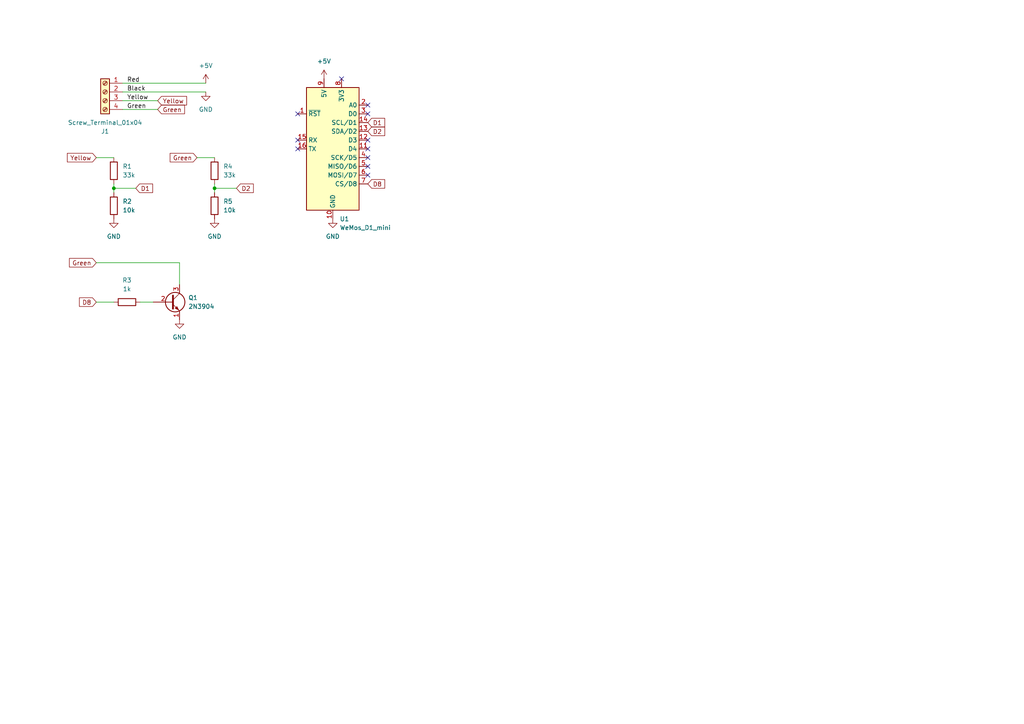
<source format=kicad_sch>
(kicad_sch (version 20211123) (generator eeschema)
  (paper "A4")
  (lib_symbols
    (symbol "Connector:Screw_Terminal_01x04" (pin_names (offset 1.016) hide)
      (property "Reference" "J" (at 0 5.08 0))
      (property "Value" "Screw_Terminal_01x04" (at 0 -7.62 0))
      (symbol "Screw_Terminal_01x04_1_1"
        (rectangle (start -1.27 3.81) (end 1.27 -6.35) (stroke (width 0.254)) (fill (type background)))
        (circle (center 0 -5.08) (radius 0.635) (stroke (width 0.1524)))
        (circle (center 0 -2.54) (radius 0.635) (stroke (width 0.1524)))
        (polyline (pts (xy -0.5334 -4.7498) (xy 0.3302 -5.588)) (stroke (width 0.1524)))
        (polyline (pts (xy -0.5334 -2.2098) (xy 0.3302 -3.048)) (stroke (width 0.1524)))
        (polyline (pts (xy -0.5334 0.3302) (xy 0.3302 -0.508)) (stroke (width 0.1524)))
        (polyline (pts (xy -0.5334 2.8702) (xy 0.3302 2.032)) (stroke (width 0.1524)))
        (polyline (pts (xy -0.3556 -4.572) (xy 0.508 -5.4102)) (stroke (width 0.1524)))
        (polyline (pts (xy -0.3556 -2.032) (xy 0.508 -2.8702)) (stroke (width 0.1524)))
        (polyline (pts (xy -0.3556 0.508) (xy 0.508 -0.3302)) (stroke (width 0.1524)))
        (polyline (pts (xy -0.3556 3.048) (xy 0.508 2.2098)) (stroke (width 0.1524)))
        (circle (center 0 0) (radius 0.635) (stroke (width 0.1524)))
        (circle (center 0 2.54) (radius 0.635) (stroke (width 0.1524)))
        (pin passive line (at -5.08 2.54 0) (length 3.81) (name "Pin_1") (number "1"))
        (pin passive line (at -5.08 0 0) (length 3.81) (name "Pin_2") (number "2"))
        (pin passive line (at -5.08 -2.54 0) (length 3.81) (name "Pin_3") (number "3"))
        (pin passive line (at -5.08 -5.08 0) (length 3.81) (name "Pin_4") (number "4"))
      )
    )
    (symbol "Device:R" (pin_numbers hide) (pin_names (offset 0))
      (property "Reference" "R" (at 2.032 0 90))
      (property "Value" "R" (at 0 0 90))
      (symbol "R_0_1"
        (rectangle (start -1.016 -2.54) (end 1.016 2.54) (stroke (width 0.254)))
      )
      (symbol "R_1_1"
        (pin passive line (at 0 3.81 270) (length 1.27) (name "~") (number "1"))
        (pin passive line (at 0 -3.81 90) (length 1.27) (name "~") (number "2"))
      )
    )
    (symbol "MCU_Module:WeMos_D1_mini"
      (property "Reference" "U" (at 3.81 19.05 0))
      (property "Value" "WeMos_D1_mini" (at 1.27 -19.05 0))
      (symbol "WeMos_D1_mini_1_1"
        (rectangle (start -7.62 17.78) (end 7.62 -17.78) (stroke (width 0.254)) (fill (type background)))
        (pin input line (at -10.16 10.16 0) (length 2.54) (name "~{RST}") (number "1"))
        (pin power_in line (at 0 -20.32 90) (length 2.54) (name "GND") (number "10"))
        (pin bidirectional line (at 10.16 0 180) (length 2.54) (name "D4") (number "11"))
        (pin bidirectional line (at 10.16 2.54 180) (length 2.54) (name "D3") (number "12"))
        (pin bidirectional line (at 10.16 5.08 180) (length 2.54) (name "SDA/D2") (number "13"))
        (pin bidirectional line (at 10.16 7.62 180) (length 2.54) (name "SCL/D1") (number "14"))
        (pin input line (at -10.16 2.54 0) (length 2.54) (name "RX") (number "15"))
        (pin output line (at -10.16 0 0) (length 2.54) (name "TX") (number "16"))
        (pin input line (at 10.16 12.7 180) (length 2.54) (name "A0") (number "2"))
        (pin bidirectional line (at 10.16 10.16 180) (length 2.54) (name "D0") (number "3"))
        (pin bidirectional line (at 10.16 -2.54 180) (length 2.54) (name "SCK/D5") (number "4"))
        (pin bidirectional line (at 10.16 -5.08 180) (length 2.54) (name "MISO/D6") (number "5"))
        (pin bidirectional line (at 10.16 -7.62 180) (length 2.54) (name "MOSI/D7") (number "6"))
        (pin bidirectional line (at 10.16 -10.16 180) (length 2.54) (name "CS/D8") (number "7"))
        (pin power_out line (at 2.54 20.32 270) (length 2.54) (name "3V3") (number "8"))
        (pin power_in line (at -2.54 20.32 270) (length 2.54) (name "5V") (number "9"))
      )
    )
    (symbol "Transistor_BJT:2N3904" (pin_names (offset 0) hide)
      (property "Reference" "Q" (at 5.08 1.905 0))
      (property "Value" "2N3904" (at 5.08 0 0))
      (symbol "2N3904_0_1"
        (polyline (pts (xy 0.635 0.635) (xy 2.54 2.54)))
        (polyline (pts (xy 0.635 -0.635) (xy 2.54 -2.54) (xy 2.54 -2.54)))
        (polyline (pts (xy 0.635 1.905) (xy 0.635 -1.905) (xy 0.635 -1.905)) (stroke (width 0.508)))
        (polyline (pts (xy 1.27 -1.778) (xy 1.778 -1.27) (xy 2.286 -2.286) (xy 1.27 -1.778) (xy 1.27 -1.778)) (fill (type outline)))
        (circle (center 1.27 0) (radius 2.8194) (stroke (width 0.254)))
      )
      (symbol "2N3904_1_1"
        (pin passive line (at 2.54 -5.08 90) (length 2.54) (name "E") (number "1"))
        (pin passive line (at -5.08 0 0) (length 5.715) (name "B") (number "2"))
        (pin passive line (at 2.54 5.08 270) (length 2.54) (name "C") (number "3"))
      )
    )
    (symbol "power:+5V" (power) (pin_names (offset 0))
      (property "Value" "+5V" (at 0 3.556 0))
      (symbol "+5V_0_1"
        (polyline (pts (xy -0.762 1.27) (xy 0 2.54)))
        (polyline (pts (xy 0 0) (xy 0 2.54)))
        (polyline (pts (xy 0 2.54) (xy 0.762 1.27)))
      )
      (symbol "+5V_1_1"
        (pin power_in line (at 0 0 90) (length 0) hide (name "+5V") (number "1"))
      )
    )
    (symbol "power:GND" (power) (pin_names (offset 0))
      (property "Value" "GND" (at 0 -3.81 0))
      (symbol "GND_0_1"
        (polyline (pts (xy 0 0) (xy 0 -1.27) (xy 1.27 -1.27) (xy 0 -2.54) (xy -1.27 -1.27) (xy 0 -1.27)))
      )
      (symbol "GND_1_1"
        (pin power_in line (at 0 0 270) (length 0) hide (name "GND") (number "1"))
      )
    )
  )
  (junction (at 33.02 54.61))
  (junction (at 62.23 54.61))
  (no_connect (at 86.36 43.18))
  (no_connect (at 99.06 22.86))
  (no_connect (at 106.68 50.8))
  (no_connect (at 86.36 40.64))
  (no_connect (at 106.68 40.64))
  (no_connect (at 106.68 33.02))
  (no_connect (at 106.68 43.18))
  (no_connect (at 106.68 45.72))
  (no_connect (at 106.68 30.48))
  (no_connect (at 106.68 48.26))
  (no_connect (at 86.36 33.02))
  (wire (pts (xy 62.23 54.61) (xy 62.23 55.88)))
  (wire (pts (xy 35.56 29.21) (xy 45.72 29.21)))
  (wire (pts (xy 57.15 45.72) (xy 62.23 45.72)))
  (wire (pts (xy 35.56 31.75) (xy 45.72 31.75)))
  (wire (pts (xy 27.94 76.2) (xy 52.07 76.2)))
  (wire (pts (xy 33.02 54.61) (xy 39.37 54.61)))
  (wire (pts (xy 52.07 76.2) (xy 52.07 82.55)))
  (wire (pts (xy 62.23 54.61) (xy 68.58 54.61)))
  (wire (pts (xy 33.02 54.61) (xy 33.02 55.88)))
  (wire (pts (xy 62.23 53.34) (xy 62.23 54.61)))
  (wire (pts (xy 35.56 24.13) (xy 59.69 24.13)))
  (wire (pts (xy 27.94 45.72) (xy 33.02 45.72)))
  (wire (pts (xy 33.02 53.34) (xy 33.02 54.61)))
  (wire (pts (xy 35.56 26.67) (xy 59.69 26.67)))
  (wire (pts (xy 40.64 87.63) (xy 44.45 87.63)))
  (wire (pts (xy 27.94 87.63) (xy 33.02 87.63)))
  (label "Red" (at 36.83 24.13 0))
  (label "Green" (at 36.83 31.75 0))
  (label "Black" (at 36.83 26.67 0))
  (label "Yellow" (at 36.83 29.21 0))
  (global_label "D8" (shape input) (at 106.68 53.34 0) (property "Intersheet References" "${INTERSHEET_REFS}" (effects hide)))
  (global_label "Green" (shape input) (at 57.15 45.72 180) (property "Intersheet References" "${INTERSHEET_REFS}" (effects hide)))
  (global_label "D2" (shape input) (at 68.58 54.61 0) (property "Intersheet References" "${INTERSHEET_REFS}" (effects hide)))
  (global_label "D1" (shape input) (at 106.68 35.56 0) (property "Intersheet References" "${INTERSHEET_REFS}" (effects hide)))
  (global_label "Yellow" (shape input) (at 45.72 29.21 0) (property "Intersheet References" "${INTERSHEET_REFS}" (effects hide)))
  (global_label "D8" (shape input) (at 27.94 87.63 180) (property "Intersheet References" "${INTERSHEET_REFS}" (effects hide)))
  (global_label "D2" (shape input) (at 106.68 38.1 0) (property "Intersheet References" "${INTERSHEET_REFS}" (effects hide)))
  (global_label "D1" (shape input) (at 39.37 54.61 0) (property "Intersheet References" "${INTERSHEET_REFS}" (effects hide)))
  (global_label "Green" (shape input) (at 27.94 76.2 180) (property "Intersheet References" "${INTERSHEET_REFS}" (effects hide)))
  (global_label "Yellow" (shape input) (at 27.94 45.72 180) (property "Intersheet References" "${INTERSHEET_REFS}" (effects hide)))
  (global_label "Green" (shape input) (at 45.72 31.75 0) (property "Intersheet References" "${INTERSHEET_REFS}" (effects hide)))
  (symbol (lib_id "Device:R") (at 33.02 59.69 0) (unit 1)
    (property "Reference" "R2" (at 35.56 58.4199 0) (effects (justify left)))
    (property "Value" "10k" (at 35.56 60.9599 0) (effects (justify left)))
    (property "Footprint" "Resistor_SMD:R_1206_3216Metric_Pad1.30x1.75mm_HandSolder" (effects hide))
  )
  (symbol (lib_id "Connector:Screw_Terminal_01x04") (at 30.48 26.67 0) (mirror y) (unit 1)
    (property "Reference" "J1" (at 30.48 38.1 0))
    (property "Value" "Screw_Terminal_01x04" (at 30.48 35.56 0))
    (property "Footprint" "TerminalBlock_Phoenix:TerminalBlock_Phoenix_MKDS-1,5-4-5.08_1x04_P5.08mm_Horizontal" (effects hide))
  )
  (symbol (lib_id "Device:R") (at 62.23 49.53 0) (unit 1)
    (property "Reference" "R4" (at 64.77 48.2599 0) (effects (justify left)))
    (property "Value" "33k" (at 64.77 50.7999 0) (effects (justify left)))
    (property "Footprint" "Resistor_SMD:R_1206_3216Metric_Pad1.30x1.75mm_HandSolder" (effects hide))
  )
  (symbol (lib_id "power:GND") (at 33.02 63.5 0) (unit 1)
    (property "Reference" "#PWR01" (effects hide))
    (property "Value" "GND" (at 33.02 68.58 0))
  )
  (symbol (lib_id "power:+5V") (at 59.69 24.13 0) (unit 1)
    (property "Reference" "#PWR03" (effects hide))
    (property "Value" "+5V" (at 59.69 19.05 0))
  )
  (symbol (lib_id "MCU_Module:WeMos_D1_mini") (at 96.52 43.18 0) (unit 1)
    (property "Reference" "U1" (at 98.5394 63.5 0) (effects (justify left)))
    (property "Value" "WeMos_D1_mini" (at 98.5394 66.04 0) (effects (justify left)))
    (property "Footprint" "Module:WEMOS_D1_mini_light" (effects hide))
    (property "Datasheet" "https://wiki.wemos.cc/products:d1:d1_mini#documentation" (effects hide))
  )
  (symbol (lib_id "power:GND") (at 59.69 26.67 0) (unit 1)
    (property "Reference" "#PWR04" (effects hide))
    (property "Value" "GND" (at 59.69 31.75 0))
  )
  (symbol (lib_id "power:GND") (at 52.07 92.71 0) (unit 1)
    (property "Reference" "#PWR02" (effects hide))
    (property "Value" "GND" (at 52.07 97.79 0))
  )
  (symbol (lib_id "power:GND") (at 62.23 63.5 0) (unit 1)
    (property "Reference" "#PWR05" (effects hide))
    (property "Value" "GND" (at 62.23 68.58 0))
  )
  (symbol (lib_id "Device:R") (at 36.83 87.63 90) (unit 1)
    (property "Reference" "R3" (at 36.83 81.28 90))
    (property "Value" "1k" (at 36.83 83.82 90))
    (property "Footprint" "Resistor_SMD:R_1206_3216Metric_Pad1.30x1.75mm_HandSolder" (effects hide))
  )
  (symbol (lib_id "power:+5V") (at 93.98 22.86 0) (unit 1)
    (property "Reference" "#PWR06" (effects hide))
    (property "Value" "+5V" (at 93.98 17.78 0))
  )
  (symbol (lib_id "Transistor_BJT:2N3904") (at 49.53 87.63 0) (unit 1)
    (property "Reference" "Q1" (at 54.61 86.3599 0) (effects (justify left)))
    (property "Value" "2N3904" (at 54.61 88.8999 0) (effects (justify left)))
    (property "Footprint" "Package_TO_SOT_THT:TO-92_Inline" (effects hide))
    (property "Datasheet" "https://www.onsemi.com/pub/Collateral/2N3903-D.PDF" (effects hide))
  )
  (symbol (lib_id "power:GND") (at 96.52 63.5 0) (unit 1)
    (property "Reference" "#PWR07" (effects hide))
    (property "Value" "GND" (at 96.52 68.58 0))
  )
  (symbol (lib_id "Device:R") (at 33.02 49.53 0) (unit 1)
    (property "Reference" "R1" (at 35.56 48.2599 0) (effects (justify left)))
    (property "Value" "33k" (at 35.56 50.7999 0) (effects (justify left)))
    (property "Footprint" "Resistor_SMD:R_1206_3216Metric_Pad1.30x1.75mm_HandSolder" (effects hide))
  )
  (symbol (lib_id "Device:R") (at 62.23 59.69 0) (unit 1)
    (property "Reference" "R5" (at 64.77 58.4199 0) (effects (justify left)))
    (property "Value" "10k" (at 64.77 60.9599 0) (effects (justify left)))
    (property "Footprint" "Resistor_SMD:R_1206_3216Metric_Pad1.30x1.75mm_HandSolder" (effects hide))
  )
)
</source>
